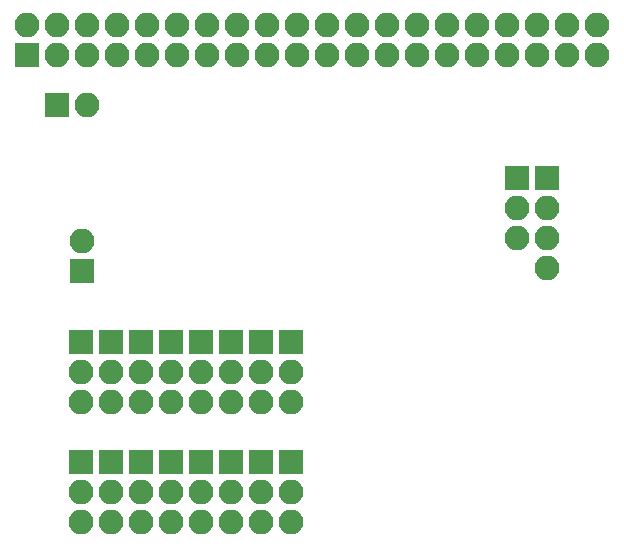
<source format=gbr>
G04 #@! TF.FileFunction,Soldermask,Bot*
%FSLAX46Y46*%
G04 Gerber Fmt 4.6, Leading zero omitted, Abs format (unit mm)*
G04 Created by KiCad (PCBNEW 4.0.6) date 02/08/19 22:04:21*
%MOMM*%
%LPD*%
G01*
G04 APERTURE LIST*
%ADD10C,0.100000*%
%ADD11R,2.100000X2.100000*%
%ADD12O,2.100000X2.100000*%
G04 APERTURE END LIST*
D10*
D11*
X110910000Y-84000000D03*
D12*
X113450000Y-84000000D03*
D11*
X108370000Y-79770000D03*
D12*
X108370000Y-77230000D03*
X110910000Y-79770000D03*
X110910000Y-77230000D03*
X113450000Y-79770000D03*
X113450000Y-77230000D03*
X115990000Y-79770000D03*
X115990000Y-77230000D03*
X118530000Y-79770000D03*
X118530000Y-77230000D03*
X121070000Y-79770000D03*
X121070000Y-77230000D03*
X123610000Y-79770000D03*
X123610000Y-77230000D03*
X126150000Y-79770000D03*
X126150000Y-77230000D03*
X128690000Y-79770000D03*
X128690000Y-77230000D03*
X131230000Y-79770000D03*
X131230000Y-77230000D03*
X133770000Y-79770000D03*
X133770000Y-77230000D03*
X136310000Y-79770000D03*
X136310000Y-77230000D03*
X138850000Y-79770000D03*
X138850000Y-77230000D03*
X141390000Y-79770000D03*
X141390000Y-77230000D03*
X143930000Y-79770000D03*
X143930000Y-77230000D03*
X146470000Y-79770000D03*
X146470000Y-77230000D03*
X149010000Y-79770000D03*
X149010000Y-77230000D03*
X151550000Y-79770000D03*
X151550000Y-77230000D03*
X154090000Y-79770000D03*
X154090000Y-77230000D03*
X156630000Y-79770000D03*
X156630000Y-77230000D03*
D11*
X112903000Y-104013000D03*
D12*
X112903000Y-106553000D03*
X112903000Y-109093000D03*
D11*
X115443000Y-104013000D03*
D12*
X115443000Y-106553000D03*
X115443000Y-109093000D03*
D11*
X117983000Y-104013000D03*
D12*
X117983000Y-106553000D03*
X117983000Y-109093000D03*
D11*
X120523000Y-104013000D03*
D12*
X120523000Y-106553000D03*
X120523000Y-109093000D03*
D11*
X123063000Y-104013000D03*
D12*
X123063000Y-106553000D03*
X123063000Y-109093000D03*
D11*
X125603000Y-104013000D03*
D12*
X125603000Y-106553000D03*
X125603000Y-109093000D03*
D11*
X128143000Y-104013000D03*
D12*
X128143000Y-106553000D03*
X128143000Y-109093000D03*
D11*
X130683000Y-104013000D03*
D12*
X130683000Y-106553000D03*
X130683000Y-109093000D03*
D11*
X112903000Y-114173000D03*
D12*
X112903000Y-116713000D03*
X112903000Y-119253000D03*
D11*
X115443000Y-114173000D03*
D12*
X115443000Y-116713000D03*
X115443000Y-119253000D03*
D11*
X117983000Y-114173000D03*
D12*
X117983000Y-116713000D03*
X117983000Y-119253000D03*
D11*
X120523000Y-114173000D03*
D12*
X120523000Y-116713000D03*
X120523000Y-119253000D03*
D11*
X123063000Y-114173000D03*
D12*
X123063000Y-116713000D03*
X123063000Y-119253000D03*
D11*
X125603000Y-114173000D03*
D12*
X125603000Y-116713000D03*
X125603000Y-119253000D03*
D11*
X128143000Y-114173000D03*
D12*
X128143000Y-116713000D03*
X128143000Y-119253000D03*
D11*
X130683000Y-114173000D03*
D12*
X130683000Y-116713000D03*
X130683000Y-119253000D03*
D11*
X113030000Y-98044000D03*
D12*
X113030000Y-95504000D03*
D11*
X152400000Y-90170000D03*
D12*
X152400000Y-92710000D03*
X152400000Y-95250000D03*
X152400000Y-97790000D03*
D11*
X149860000Y-90170000D03*
D12*
X149860000Y-92710000D03*
X149860000Y-95250000D03*
M02*

</source>
